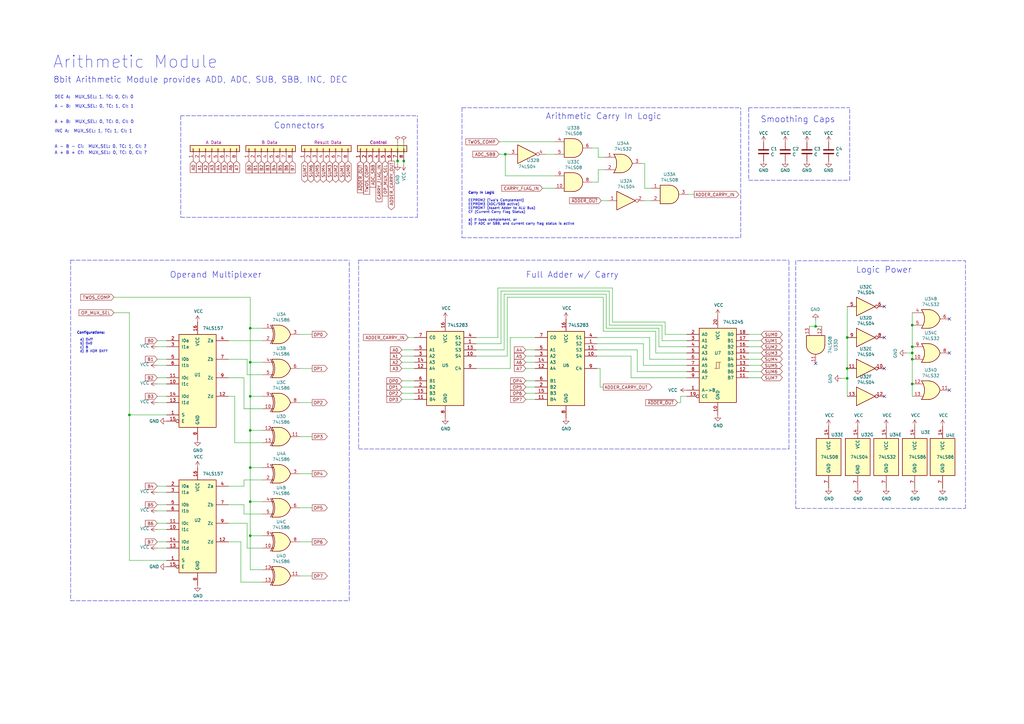
<source format=kicad_sch>
(kicad_sch (version 20211123) (generator eeschema)
  (paper "A3")
  (title_block (title "Arithmetic Module") (rev "3") (comment 1 "ADD / SUB / ADC / SBB / INC / DEC"))
  (junction (at 102.616 191.77))
  (junction (at 347.472 155.194))
  (junction (at 207.264 63.246))
  (junction (at 374.142 147.32))
  (junction (at 102.616 205.74))
  (junction (at 102.616 176.53))
  (junction (at 374.142 157.48))
  (junction (at 374.142 144.78))
  (junction (at 347.472 151.13))
  (junction (at 102.616 162.56))
  (junction (at 374.142 133.35))
  (junction (at 165.608 66.04))
  (junction (at 374.142 142.24))
  (junction (at 163.068 66.04))
  (junction (at 102.616 148.59))
  (junction (at 334.518 133.858))
  (junction (at 347.472 138.43))
  (junction (at 102.616 134.62))
  (junction (at 102.616 219.71))
  (junction (at 53.086 170.18))
  (no_connect (at 389.382 130.81))
  (no_connect (at 362.712 162.56))
  (no_connect (at 389.382 144.78))
  (no_connect (at 362.712 138.43))
  (no_connect (at 334.518 149.098))
  (no_connect (at 362.712 151.13))
  (no_connect (at 389.382 160.02))
  (no_connect (at 362.712 125.73))
  (wire (pts (xy 272.796 132.08) (xy 251.206 132.08)))
  (polyline (pts (xy 189.484 44.196) (xy 303.784 44.196)))
  (wire (pts (xy 307.086 139.7) (xy 312.166 139.7)))
  (polyline (pts (xy 123.698 47.498) (xy 74.168 47.498)))
  (wire (pts (xy 215.646 146.05) (xy 219.456 146.05)))
  (wire (pts (xy 98.806 238.76) (xy 107.696 238.76)))
  (wire (pts (xy 167.386 138.43) (xy 169.926 138.43)))
  (wire (pts (xy 307.086 154.94) (xy 312.166 154.94)))
  (wire (pts (xy 268.986 144.78) (xy 281.686 144.78)))
  (wire (pts (xy 263.906 140.97) (xy 263.906 149.86)))
  (wire (pts (xy 93.726 147.32) (xy 101.346 147.32)))
  (wire (pts (xy 100.076 207.01) (xy 100.076 210.82)))
  (polyline (pts (xy 171.196 89.154) (xy 171.196 47.498)))
  (wire (pts (xy 263.906 149.86) (xy 281.686 149.86)))
  (wire (pts (xy 128.016 194.31) (xy 122.936 194.31)))
  (wire (pts (xy 251.206 132.08) (xy 251.206 118.11)))
  (wire (pts (xy 93.726 139.7) (xy 107.696 139.7)))
  (wire (pts (xy 270.256 134.62) (xy 248.666 134.62)))
  (polyline (pts (xy 303.784 97.536) (xy 303.784 44.196)))
  (wire (pts (xy 195.326 140.97) (xy 205.486 140.97)))
  (wire (pts (xy 195.326 138.43) (xy 204.216 138.43)))
  (wire (pts (xy 164.846 148.59) (xy 169.926 148.59)))
  (wire (pts (xy 93.726 207.01) (xy 100.076 207.01)))
  (wire (pts (xy 102.616 134.62) (xy 102.616 148.59)))
  (wire (pts (xy 128.016 179.07) (xy 122.936 179.07)))
  (wire (pts (xy 64.516 165.1) (xy 68.326 165.1)))
  (wire (pts (xy 344.932 155.194) (xy 347.472 155.194)))
  (polyline (pts (xy 362.966 106.934) (xy 395.986 106.934)))
  (polyline (pts (xy 189.484 44.196) (xy 189.484 97.536)))
  (wire (pts (xy 261.366 152.4) (xy 281.686 152.4)))
  (wire (pts (xy 101.346 147.32) (xy 101.346 153.67)))
  (wire (pts (xy 122.936 222.25) (xy 128.016 222.25)))
  (wire (pts (xy 68.326 170.18) (xy 53.086 170.18)))
  (polyline (pts (xy 123.19 47.498) (xy 171.196 47.498)))
  (wire (pts (xy 272.796 137.16) (xy 281.686 137.16)))
  (wire (pts (xy 307.086 144.78) (xy 312.166 144.78)))
  (polyline (pts (xy 326.644 44.196) (xy 348.488 44.196)))
  (polyline (pts (xy 362.966 106.934) (xy 326.39 106.934)))
  (wire (pts (xy 245.364 60.706) (xy 245.364 64.516)))
  (wire (pts (xy 219.456 138.43) (xy 209.296 138.43)))
  (wire (pts (xy 53.086 128.27) (xy 46.736 128.27)))
  (wire (pts (xy 207.264 63.246) (xy 207.264 72.136)))
  (wire (pts (xy 100.076 154.94) (xy 100.076 167.64)))
  (wire (pts (xy 164.846 146.05) (xy 169.926 146.05)))
  (wire (pts (xy 215.646 163.83) (xy 219.456 163.83)))
  (wire (pts (xy 279.146 165.1) (xy 279.146 162.56)))
  (wire (pts (xy 102.616 233.68) (xy 107.696 233.68)))
  (wire (pts (xy 96.266 162.56) (xy 93.726 162.56)))
  (wire (pts (xy 247.904 69.596) (xy 245.364 69.596)))
  (polyline (pts (xy 395.986 208.534) (xy 395.986 106.934)))
  (wire (pts (xy 242.824 60.706) (xy 245.364 60.706)))
  (wire (pts (xy 247.396 121.92) (xy 208.026 121.92)))
  (wire (pts (xy 244.856 146.05) (xy 258.826 146.05)))
  (wire (pts (xy 223.774 63.246) (xy 227.584 63.246)))
  (wire (pts (xy 205.486 119.38) (xy 249.936 119.38)))
  (wire (pts (xy 64.516 199.39) (xy 68.326 199.39)))
  (wire (pts (xy 93.726 214.63) (xy 101.346 214.63)))
  (wire (pts (xy 64.516 201.93) (xy 68.326 201.93)))
  (wire (pts (xy 249.936 133.35) (xy 271.526 133.35)))
  (wire (pts (xy 122.936 151.13) (xy 128.016 151.13)))
  (wire (pts (xy 204.724 63.246) (xy 207.264 63.246)))
  (wire (pts (xy 307.086 137.16) (xy 312.166 137.16)))
  (wire (pts (xy 227.584 58.166) (xy 204.724 58.166)))
  (wire (pts (xy 208.026 121.92) (xy 208.026 146.05)))
  (wire (pts (xy 246.126 158.75) (xy 247.396 158.75)))
  (wire (pts (xy 263.144 67.056) (xy 264.414 67.056)))
  (wire (pts (xy 374.142 157.48) (xy 374.142 162.56)))
  (wire (pts (xy 270.256 142.24) (xy 281.686 142.24)))
  (wire (pts (xy 307.086 147.32) (xy 312.166 147.32)))
  (wire (pts (xy 215.646 143.51) (xy 219.456 143.51)))
  (wire (pts (xy 374.142 147.32) (xy 374.142 157.48)))
  (wire (pts (xy 347.472 138.43) (xy 347.472 125.73)))
  (wire (pts (xy 64.516 142.24) (xy 68.326 142.24)))
  (polyline (pts (xy 307.086 44.196) (xy 307.086 73.914)))
  (wire (pts (xy 93.726 222.25) (xy 98.806 222.25)))
  (wire (pts (xy 207.264 63.246) (xy 208.534 63.246)))
  (wire (pts (xy 64.516 154.94) (xy 68.326 154.94)))
  (wire (pts (xy 64.516 149.86) (xy 68.326 149.86)))
  (wire (pts (xy 258.826 146.05) (xy 258.826 154.94)))
  (wire (pts (xy 100.076 196.85) (xy 107.696 196.85)))
  (wire (pts (xy 347.472 155.194) (xy 347.472 162.56)))
  (polyline (pts (xy 147.066 106.68) (xy 323.596 106.68)))
  (wire (pts (xy 64.516 162.56) (xy 68.326 162.56)))
  (wire (pts (xy 209.296 151.13) (xy 195.326 151.13)))
  (wire (pts (xy 215.646 158.75) (xy 219.456 158.75)))
  (wire (pts (xy 102.616 148.59) (xy 107.696 148.59)))
  (wire (pts (xy 215.646 151.13) (xy 219.456 151.13)))
  (wire (pts (xy 102.616 191.77) (xy 107.696 191.77)))
  (wire (pts (xy 128.016 208.28) (xy 122.936 208.28)))
  (wire (pts (xy 93.726 154.94) (xy 100.076 154.94)))
  (wire (pts (xy 204.216 118.11) (xy 204.216 138.43)))
  (wire (pts (xy 245.364 69.596) (xy 245.364 74.676)))
  (wire (pts (xy 307.086 152.4) (xy 312.166 152.4)))
  (wire (pts (xy 266.446 147.32) (xy 281.686 147.32)))
  (wire (pts (xy 102.616 219.71) (xy 107.696 219.71)))
  (wire (pts (xy 102.616 219.71) (xy 102.616 233.68)))
  (wire (pts (xy 64.516 217.17) (xy 68.326 217.17)))
  (wire (pts (xy 251.206 118.11) (xy 204.216 118.11)))
  (wire (pts (xy 268.986 135.89) (xy 247.396 135.89)))
  (wire (pts (xy 206.756 120.65) (xy 206.756 143.51)))
  (wire (pts (xy 374.142 142.24) (xy 374.142 144.78)))
  (wire (pts (xy 64.516 207.01) (xy 68.326 207.01)))
  (polyline (pts (xy 307.086 73.914) (xy 348.488 73.914)))
  (wire (pts (xy 64.516 139.7) (xy 68.326 139.7)))
  (wire (pts (xy 107.696 162.56) (xy 102.616 162.56)))
  (polyline (pts (xy 147.066 184.15) (xy 323.596 184.15)))
  (wire (pts (xy 164.846 156.21) (xy 169.926 156.21)))
  (wire (pts (xy 128.016 236.22) (xy 122.936 236.22)))
  (wire (pts (xy 102.616 191.77) (xy 102.616 205.74)))
  (wire (pts (xy 164.846 163.83) (xy 169.926 163.83)))
  (wire (pts (xy 102.616 205.74) (xy 102.616 219.71)))
  (wire (pts (xy 98.806 222.25) (xy 98.806 238.76)))
  (wire (pts (xy 268.986 144.78) (xy 268.986 135.89)))
  (wire (pts (xy 249.936 119.38) (xy 249.936 133.35)))
  (wire (pts (xy 102.616 176.53) (xy 102.616 191.77)))
  (wire (pts (xy 337.058 133.858) (xy 334.518 133.858)))
  (wire (pts (xy 96.266 181.61) (xy 107.696 181.61)))
  (wire (pts (xy 374.142 128.27) (xy 374.142 133.35)))
  (wire (pts (xy 64.516 222.25) (xy 68.326 222.25)))
  (wire (pts (xy 244.856 138.43) (xy 266.446 138.43)))
  (wire (pts (xy 307.086 142.24) (xy 312.166 142.24)))
  (polyline (pts (xy 326.898 44.196) (xy 307.086 44.196)))
  (wire (pts (xy 100.076 167.64) (xy 107.696 167.64)))
  (wire (pts (xy 374.142 144.78) (xy 371.602 144.78)))
  (wire (pts (xy 271.526 133.35) (xy 271.526 139.7)))
  (wire (pts (xy 247.396 135.89) (xy 247.396 121.92)))
  (polyline (pts (xy 74.168 89.154) (xy 171.196 89.154)))
  (polyline (pts (xy 189.484 97.536) (xy 303.784 97.536)))
  (wire (pts (xy 334.518 133.858) (xy 331.978 133.858)))
  (wire (pts (xy 307.086 149.86) (xy 312.166 149.86)))
  (polyline (pts (xy 348.488 73.914) (xy 348.488 44.196)))
  (polyline (pts (xy 28.956 106.68) (xy 28.956 246.38)))
  (wire (pts (xy 163.068 66.04) (xy 163.068 67.31)))
  (wire (pts (xy 100.076 210.82) (xy 107.696 210.82)))
  (wire (pts (xy 245.364 74.676) (xy 242.824 74.676)))
  (wire (pts (xy 271.526 139.7) (xy 281.686 139.7)))
  (wire (pts (xy 209.296 138.43) (xy 209.296 151.13)))
  (wire (pts (xy 270.256 142.24) (xy 270.256 134.62)))
  (wire (pts (xy 64.516 157.48) (xy 68.326 157.48)))
  (polyline (pts (xy 28.956 246.38) (xy 143.256 246.38)))
  (wire (pts (xy 102.616 134.62) (xy 102.616 121.92)))
  (polyline (pts (xy 326.39 106.934) (xy 326.39 208.534)))
  (wire (pts (xy 195.326 143.51) (xy 206.756 143.51)))
  (wire (pts (xy 102.616 148.59) (xy 102.616 162.56)))
  (wire (pts (xy 246.126 151.13) (xy 246.126 158.75)))
  (wire (pts (xy 165.608 66.04) (xy 165.608 67.31)))
  (wire (pts (xy 102.616 134.62) (xy 107.696 134.62)))
  (wire (pts (xy 264.414 67.056) (xy 264.414 77.216)))
  (wire (pts (xy 164.846 158.75) (xy 169.926 158.75)))
  (polyline (pts (xy 143.256 246.38) (xy 143.256 106.68)))
  (polyline (pts (xy 323.596 184.15) (xy 323.596 106.68)))
  (wire (pts (xy 53.086 229.87) (xy 68.326 229.87)))
  (wire (pts (xy 96.266 162.56) (xy 96.266 181.61)))
  (wire (pts (xy 64.516 214.63) (xy 68.326 214.63)))
  (wire (pts (xy 248.666 134.62) (xy 248.666 120.65)))
  (wire (pts (xy 374.142 133.35) (xy 374.142 142.24)))
  (wire (pts (xy 102.616 162.56) (xy 102.616 176.53)))
  (wire (pts (xy 347.472 151.13) (xy 347.472 155.194)))
  (wire (pts (xy 215.646 161.29) (xy 219.456 161.29)))
  (wire (pts (xy 107.696 205.74) (xy 102.616 205.74)))
  (wire (pts (xy 195.326 146.05) (xy 208.026 146.05)))
  (wire (pts (xy 245.364 64.516) (xy 247.904 64.516)))
  (wire (pts (xy 264.414 82.296) (xy 266.954 82.296)))
  (wire (pts (xy 244.856 140.97) (xy 263.906 140.97)))
  (wire (pts (xy 277.876 165.1) (xy 279.146 165.1)))
  (wire (pts (xy 101.346 224.79) (xy 107.696 224.79)))
  (wire (pts (xy 347.472 138.43) (xy 347.472 151.13)))
  (wire (pts (xy 334.518 131.318) (xy 334.518 133.858)))
  (wire (pts (xy 246.634 82.296) (xy 249.174 82.296)))
  (wire (pts (xy 258.826 154.94) (xy 281.686 154.94)))
  (wire (pts (xy 205.486 140.97) (xy 205.486 119.38)))
  (wire (pts (xy 93.726 199.39) (xy 100.076 199.39)))
  (wire (pts (xy 164.846 143.51) (xy 169.926 143.51)))
  (wire (pts (xy 248.666 120.65) (xy 206.756 120.65)))
  (wire (pts (xy 64.516 224.79) (xy 68.326 224.79)))
  (wire (pts (xy 374.142 144.78) (xy 374.142 147.32)))
  (wire (pts (xy 122.936 165.1) (xy 128.016 165.1)))
  (wire (pts (xy 64.516 209.55) (xy 68.326 209.55)))
  (wire (pts (xy 215.646 156.21) (xy 219.456 156.21)))
  (wire (pts (xy 64.516 147.32) (xy 68.326 147.32)))
  (polyline (pts (xy 326.39 208.534) (xy 395.986 208.534)))
  (wire (pts (xy 163.068 58.42) (xy 163.068 66.04)))
  (wire (pts (xy 164.846 151.13) (xy 169.926 151.13)))
  (wire (pts (xy 53.086 170.18) (xy 53.086 229.87)))
  (wire (pts (xy 284.734 79.756) (xy 282.194 79.756)))
  (wire (pts (xy 164.846 161.29) (xy 169.926 161.29)))
  (wire (pts (xy 215.646 148.59) (xy 219.456 148.59)))
  (wire (pts (xy 222.504 77.216) (xy 227.584 77.216)))
  (wire (pts (xy 53.086 170.18) (xy 53.086 128.27)))
  (polyline (pts (xy 74.168 47.498) (xy 74.168 89.154)))
  (wire (pts (xy 264.414 77.216) (xy 266.954 77.216)))
  (wire (pts (xy 122.936 137.16) (xy 128.016 137.16)))
  (wire (pts (xy 244.856 143.51) (xy 261.366 143.51)))
  (wire (pts (xy 207.264 72.136) (xy 227.584 72.136)))
  (wire (pts (xy 246.126 151.13) (xy 244.856 151.13)))
  (wire (pts (xy 165.608 58.42) (xy 165.608 66.04)))
  (wire (pts (xy 46.736 121.92) (xy 102.616 121.92)))
  (wire (pts (xy 266.446 147.32) (xy 266.446 138.43)))
  (polyline (pts (xy 28.956 106.68) (xy 143.256 106.68)))
  (wire (pts (xy 272.796 137.16) (xy 272.796 132.08)))
  (wire (pts (xy 107.696 176.53) (xy 102.616 176.53)))
  (wire (pts (xy 279.146 162.56) (xy 281.686 162.56)))
  (wire (pts (xy 261.366 152.4) (xy 261.366 143.51)))
  (wire (pts (xy 101.346 153.67) (xy 107.696 153.67)))
  (wire (pts (xy 101.346 224.79) (xy 101.346 214.63)))
  (wire (pts (xy 100.076 196.85) (xy 100.076 199.39)))
  (polyline (pts (xy 147.066 106.68) (xy 147.066 184.15)))
  (text "a) 0xff\nb) 0x0\nc) B\nd) B XOR 0XFF" (at 32.766 144.78 0) (effects (font (size 0.9906 0.9906)) (justify left bottom)))
  (text "Connectors" (at 112.268 53.086 0) (effects (font (size 2.4892 2.4892)) (justify left bottom)))
  (text "8bit Arithmetic Module provides ADD, ADC, SUB, SBB, INC, DEC" (at 21.844 34.29 0) (effects (font (size 2.5 2.5)) (justify left bottom)))
  (text "A - B - Ci:  MUX_SEL: 0, TC: 1, CI: ?" (at 22.352 60.96 0) (effects (font (size 1.27 1.27)) (justify left bottom)))
  (text "Logic Power" (at 351.028 112.268 0) (effects (font (size 2.4892 2.4892)) (justify left bottom)))
  (text "A + B + Cf:  MUX_SEL: 0, TC: 0, CI: ?" (at 22.352 63.5 0) (effects (font (size 1.27 1.27)) (justify left bottom)))
  (text "Full Adder w/ Carry" (at 215.646 114.3 0) (effects (font (size 2.4892 2.4892)) (justify left bottom)))
  (text "Operand Multiplexer" (at 69.596 114.3 0) (effects (font (size 2.4892 2.4892)) (justify left bottom)))
  (text "Arithmetic Module" (at 21.59 28.448 0) (effects (font (size 5 5)) (justify left bottom)))
  (text "DEC A:  MUX_SEL: 1, TC: 0, CI: 0" (at 22.352 40.64 0) (effects (font (size 1.27 1.27)) (justify left bottom)))
  (text "EEPROM2 (Two’s Complement)\nEEPROM3 (ADC/SBB active)\nEEPROM7 (Assert Adder to ALU Bus)\nCF (Current Carry Flag Status)\n\na) If twos complement, or\nb) if ADC or SBB, and current carry flag status is active" (at 192.024 92.456 0) (effects (font (size 0.9906 0.9906)) (justify left bottom)))
  (text "Arithmetic Carry In Logic" (at 223.774 49.276 0) (effects (font (size 2.4892 2.4892)) (justify left bottom)))
  (text "Carry In Logic" (at 192.024 79.756 0) (effects (font (size 0.9906 0.9906) (thickness 0.1981) bold) (justify left bottom)))
  (text "Smoothing Caps" (at 311.912 50.546 0) (effects (font (size 2.4892 2.4892)) (justify left bottom)))
  (text "A - B:  MUX_SEL: 0, TC: 1, CI: 1" (at 22.352 44.45 0) (effects (font (size 1.27 1.27)) (justify left bottom)))
  (text "INC A:  MUX_SEL: 1, TC: 1, CI: 1" (at 22.352 54.61 0) (effects (font (size 1.27 1.27)) (justify left bottom)))
  (text "Configurations:" (at 31.496 137.16 0) (effects (font (size 0.9906 0.9906) (thickness 0.1981) bold) (justify left bottom)))
  (text "A + B:  MUX_SEL: 0, TC: 0, CI: 0" (at 22.352 50.8 0) (effects (font (size 1.27 1.27)) (justify left bottom)))
  (global_label "OP7" (shape output) (at 128.016 236.22 0) (property "Intersheet References" "${INTERSHEET_REFS}" (effects hide)))
  (global_label "SUM3" (shape tri_state) (at 312.166 144.78 0) (property "Intersheet References" "${INTERSHEET_REFS}" (effects hide)))
  (global_label "B6" (shape input) (at 64.516 214.63 180) (property "Intersheet References" "${INTERSHEET_REFS}" (effects hide)))
  (global_label "SUM5" (shape tri_state) (at 130.048 66.04 270) (property "Intersheet References" "${INTERSHEET_REFS}" (effects hide)))
  (global_label "A2" (shape input) (at 84.328 66.04 270) (property "Intersheet References" "${INTERSHEET_REFS}" (effects hide)))
  (global_label "ADC_SBB" (shape input) (at 152.908 66.04 270) (property "Intersheet References" "${INTERSHEET_REFS}" (effects hide)))
  (global_label "B2" (shape input) (at 64.516 154.94 180) (property "Intersheet References" "${INTERSHEET_REFS}" (effects hide)))
  (global_label "A5" (shape input) (at 91.948 66.04 270) (property "Intersheet References" "${INTERSHEET_REFS}" (effects hide)))
  (global_label "SUM0" (shape tri_state) (at 142.748 66.04 270) (property "Intersheet References" "${INTERSHEET_REFS}" (effects hide)))
  (global_label "OP7" (shape input) (at 215.646 163.83 180) (property "Intersheet References" "${INTERSHEET_REFS}" (effects hide)))
  (global_label "B7" (shape input) (at 64.516 222.25 180) (property "Intersheet References" "${INTERSHEET_REFS}" (effects hide)))
  (global_label "ADDER_CARRY_IN" (shape output) (at 284.734 79.756 0) (property "Intersheet References" "${INTERSHEET_REFS}" (effects hide)))
  (global_label "A3" (shape input) (at 86.868 66.04 270) (property "Intersheet References" "${INTERSHEET_REFS}" (effects hide)))
  (global_label "B7" (shape input) (at 119.888 66.04 270) (property "Intersheet References" "${INTERSHEET_REFS}" (effects hide)))
  (global_label "B1" (shape input) (at 64.516 147.32 180) (property "Intersheet References" "${INTERSHEET_REFS}" (effects hide)))
  (global_label "OP2" (shape output) (at 128.016 165.1 0) (property "Intersheet References" "${INTERSHEET_REFS}" (effects hide)))
  (global_label "A2" (shape input) (at 164.846 148.59 180) (property "Intersheet References" "${INTERSHEET_REFS}" (effects hide)))
  (global_label "A7" (shape input) (at 97.028 66.04 270) (property "Intersheet References" "${INTERSHEET_REFS}" (effects hide)))
  (global_label "TWOS_COMP" (shape input) (at 46.736 121.92 180) (property "Intersheet References" "${INTERSHEET_REFS}" (effects hide)))
  (global_label "SUM7" (shape tri_state) (at 312.166 154.94 0) (property "Intersheet References" "${INTERSHEET_REFS}" (effects hide)))
  (global_label "OP_MUX_SEL" (shape input) (at 157.988 66.04 270) (property "Intersheet References" "${INTERSHEET_REFS}" (effects hide)))
  (global_label "B0" (shape input) (at 102.108 66.04 270) (property "Intersheet References" "${INTERSHEET_REFS}" (effects hide)))
  (global_label "OP4" (shape output) (at 128.016 194.31 0) (property "Intersheet References" "${INTERSHEET_REFS}" (effects hide)))
  (global_label "B5" (shape input) (at 64.516 207.01 180) (property "Intersheet References" "${INTERSHEET_REFS}" (effects hide)))
  (global_label "OP4" (shape input) (at 215.646 156.21 180) (property "Intersheet References" "${INTERSHEET_REFS}" (effects hide)))
  (global_label "B6" (shape input) (at 117.348 66.04 270) (property "Intersheet References" "${INTERSHEET_REFS}" (effects hide)))
  (global_label "~{ADDER_OUT}" (shape input) (at 277.876 165.1 180) (property "Intersheet References" "${INTERSHEET_REFS}" (effects hide)))
  (global_label "B4" (shape input) (at 112.268 66.04 270) (property "Intersheet References" "${INTERSHEET_REFS}" (effects hide)))
  (global_label "ADC_SBB" (shape input) (at 204.724 63.246 180) (property "Intersheet References" "${INTERSHEET_REFS}" (effects hide)))
  (global_label "OP6" (shape input) (at 215.646 161.29 180) (property "Intersheet References" "${INTERSHEET_REFS}" (effects hide)))
  (global_label "A1" (shape input) (at 81.788 66.04 270) (property "Intersheet References" "${INTERSHEET_REFS}" (effects hide)))
  (global_label "OP0" (shape output) (at 128.016 137.16 0) (property "Intersheet References" "${INTERSHEET_REFS}" (effects hide)))
  (global_label "ADDER_CARRY_OUT" (shape output) (at 160.528 66.04 270) (property "Intersheet References" "${INTERSHEET_REFS}" (effects hide)))
  (global_label "OP0" (shape input) (at 164.846 156.21 180) (property "Intersheet References" "${INTERSHEET_REFS}" (effects hide)))
  (global_label "A6" (shape input) (at 94.488 66.04 270) (property "Intersheet References" "${INTERSHEET_REFS}" (effects hide)))
  (global_label "SUM6" (shape tri_state) (at 127.508 66.04 270) (property "Intersheet References" "${INTERSHEET_REFS}" (effects hide)))
  (global_label "OP5" (shape output) (at 128.016 208.28 0) (property "Intersheet References" "${INTERSHEET_REFS}" (effects hide)))
  (global_label "SUM2" (shape tri_state) (at 137.668 66.04 270) (property "Intersheet References" "${INTERSHEET_REFS}" (effects hide)))
  (global_label "SUM0" (shape tri_state) (at 312.166 137.16 0) (property "Intersheet References" "${INTERSHEET_REFS}" (effects hide)))
  (global_label "A5" (shape input) (at 215.646 146.05 180) (property "Intersheet References" "${INTERSHEET_REFS}" (effects hide)))
  (global_label "B5" (shape input) (at 114.808 66.04 270) (property "Intersheet References" "${INTERSHEET_REFS}" (effects hide)))
  (global_label "CARRY_FLAG_IN" (shape input) (at 222.504 77.216 180) (property "Intersheet References" "${INTERSHEET_REFS}" (effects hide)))
  (global_label "ADDER_CARRY_OUT" (shape output) (at 247.396 158.75 0) (property "Intersheet References" "${INTERSHEET_REFS}" (effects hide)))
  (global_label "OP_MUX_SEL" (shape input) (at 46.736 128.27 180) (property "Intersheet References" "${INTERSHEET_REFS}" (effects hide)))
  (global_label "B4" (shape input) (at 64.516 199.39 180) (property "Intersheet References" "${INTERSHEET_REFS}" (effects hide)))
  (global_label "A4" (shape input) (at 89.408 66.04 270) (property "Intersheet References" "${INTERSHEET_REFS}" (effects hide)))
  (global_label "CARRY_FLAG_IN" (shape input) (at 155.448 66.04 270) (property "Intersheet References" "${INTERSHEET_REFS}" (effects hide)))
  (global_label "B3" (shape input) (at 109.728 66.04 270) (property "Intersheet References" "${INTERSHEET_REFS}" (effects hide)))
  (global_label "OP1" (shape output) (at 128.016 151.13 0) (property "Intersheet References" "${INTERSHEET_REFS}" (effects hide)))
  (global_label "SUM7" (shape tri_state) (at 124.968 66.04 270) (property "Intersheet References" "${INTERSHEET_REFS}" (effects hide)))
  (global_label "SUM4" (shape tri_state) (at 312.166 147.32 0) (property "Intersheet References" "${INTERSHEET_REFS}" (effects hide)))
  (global_label "SUM1" (shape tri_state) (at 140.208 66.04 270) (property "Intersheet References" "${INTERSHEET_REFS}" (effects hide)))
  (global_label "A0" (shape input) (at 164.846 143.51 180) (property "Intersheet References" "${INTERSHEET_REFS}" (effects hide)))
  (global_label "SUM2" (shape tri_state) (at 312.166 142.24 0) (property "Intersheet References" "${INTERSHEET_REFS}" (effects hide)))
  (global_label "A6" (shape input) (at 215.646 148.59 180) (property "Intersheet References" "${INTERSHEET_REFS}" (effects hide)))
  (global_label "A0" (shape input) (at 79.248 66.04 270) (property "Intersheet References" "${INTERSHEET_REFS}" (effects hide)))
  (global_label "A3" (shape input) (at 164.846 151.13 180) (property "Intersheet References" "${INTERSHEET_REFS}" (effects hide)))
  (global_label "OP6" (shape output) (at 128.016 222.25 0) (property "Intersheet References" "${INTERSHEET_REFS}" (effects hide)))
  (global_label "OP1" (shape input) (at 164.846 158.75 180) (property "Intersheet References" "${INTERSHEET_REFS}" (effects hide)))
  (global_label "OP3" (shape output) (at 128.016 179.07 0) (property "Intersheet References" "${INTERSHEET_REFS}" (effects hide)))
  (global_label "OP2" (shape input) (at 164.846 161.29 180) (property "Intersheet References" "${INTERSHEET_REFS}" (effects hide)))
  (global_label "TWOS_COMP" (shape input) (at 204.724 58.166 180) (property "Intersheet References" "${INTERSHEET_REFS}" (effects hide)))
  (global_label "A7" (shape input) (at 215.646 151.13 180) (property "Intersheet References" "${INTERSHEET_REFS}" (effects hide)))
  (global_label "B2" (shape input) (at 107.188 66.04 270) (property "Intersheet References" "${INTERSHEET_REFS}" (effects hide)))
  (global_label "SUM1" (shape tri_state) (at 312.166 139.7 0) (property "Intersheet References" "${INTERSHEET_REFS}" (effects hide)))
  (global_label "SUM4" (shape tri_state) (at 132.588 66.04 270) (property "Intersheet References" "${INTERSHEET_REFS}" (effects hide)))
  (global_label "TWOS_COMP" (shape input) (at 150.368 66.04 270) (property "Intersheet References" "${INTERSHEET_REFS}" (effects hide)))
  (global_label "OP3" (shape input) (at 164.846 163.83 180) (property "Intersheet References" "${INTERSHEET_REFS}" (effects hide)))
  (global_label "B3" (shape input) (at 64.516 162.56 180) (property "Intersheet References" "${INTERSHEET_REFS}" (effects hide)))
  (global_label "A1" (shape input) (at 164.846 146.05 180) (property "Intersheet References" "${INTERSHEET_REFS}" (effects hide)))
  (global_label "SUM5" (shape tri_state) (at 312.166 149.86 0) (property "Intersheet References" "${INTERSHEET_REFS}" (effects hide)))
  (global_label "~{ADDER_OUT}" (shape input) (at 147.828 66.04 270) (property "Intersheet References" "${INTERSHEET_REFS}" (effects hide)))
  (global_label "A4" (shape input) (at 215.646 143.51 180) (property "Intersheet References" "${INTERSHEET_REFS}" (effects hide)))
  (global_label "~{ADDER_OUT}" (shape input) (at 246.634 82.296 180) (property "Intersheet References" "${INTERSHEET_REFS}" (effects hide)))
  (global_label "SUM3" (shape tri_state) (at 135.128 66.04 270) (property "Intersheet References" "${INTERSHEET_REFS}" (effects hide)))
  (global_label "ADDER_CARRY_IN" (shape input) (at 167.386 138.43 180) (property "Intersheet References" "${INTERSHEET_REFS}" (effects hide)))
  (global_label "B1" (shape input) (at 104.648 66.04 270) (property "Intersheet References" "${INTERSHEET_REFS}" (effects hide)))
  (global_label "B0" (shape input) (at 64.516 139.7 180) (property "Intersheet References" "${INTERSHEET_REFS}" (effects hide)))
  (global_label "SUM6" (shape tri_state) (at 312.166 152.4 0) (property "Intersheet References" "${INTERSHEET_REFS}" (effects hide)))
  (global_label "OP5" (shape input) (at 215.646 158.75 180) (property "Intersheet References" "${INTERSHEET_REFS}" (effects hide)))
  (symbol (lib_id "Connector_Generic:Conn_01x08") (at 86.868 60.96 90) (unit 1)
    (property "Reference" "J1" (effects hide))
    (property "Value" "Conn_01x08" (effects hide))
    (property "Footprint" "Connector_PinHeader_2.54mm:PinHeader_1x08_P2.54mm_Vertical" (effects hide))
    (property "L" "A Data" (at 84.328 58.42 90) (effects (justify right)))
  )
  (symbol (lib_id "Connector_Generic:Conn_01x08") (at 109.728 60.96 90) (unit 1)
    (property "Reference" "J2" (effects hide))
    (property "Value" "Conn_01x08" (effects hide))
    (property "Footprint" "Connector_PinHeader_2.54mm:PinHeader_1x08_P2.54mm_Vertical" (effects hide))
    (property "L" "B Data" (at 107.188 58.42 90) (effects (justify right)))
  )
  (symbol (lib_id "Connector_Generic:Conn_01x08") (at 132.588 60.96 90) (unit 1)
    (property "Reference" "J3" (effects hide))
    (property "Value" "Conn_01x08" (effects hide))
    (property "Footprint" "Connector_PinHeader_2.54mm:PinHeader_1x08_P2.54mm_Vertical" (effects hide))
    (property "L" "Result Data" (at 128.778 58.42 90) (effects (justify right)))
  )
  (symbol (lib_id "power:PWR_FLAG") (at 163.068 58.42 0) (unit 1)
    (property "Reference" "#FLG0101" (effects hide))
    (property "Value" "PWR_FLAG" (effects hide))
  )
  (symbol (lib_id "power:PWR_FLAG") (at 165.608 58.42 0) (unit 1)
    (property "Reference" "#FLG0102" (effects hide))
    (property "Value" "PWR_FLAG" (effects hide))
  )
  (symbol (lib_id "power:GND") (at 163.068 67.31 0) (unit 1)
    (property "Reference" "#PWR0128" (effects hide))
    (property "Value" "GND" (at 163.068 73.66 90))
  )
  (symbol (lib_id "power:VCC") (at 165.608 67.31 180) (unit 1)
    (property "Reference" "#PWR0129" (effects hide))
    (property "Value" "VCC" (at 165.608 72.39 90))
  )
  (symbol (lib_id "74xx:74LS08") (at 274.574 79.756 0) (unit 1)
    (property "Reference" "U33" (at 274.574 71.501 0))
    (property "Value" "74LS08" (at 274.574 73.8124 0))
    (property "Footprint" "Package_SO:TSSOP-14_4.4x5mm_P0.65mm" (effects hide))
    (property "Datasheet" "http://www.ti.com/lit/gpn/sn74LS08" (effects hide))
  )
  (symbol (lib_id "74xx:74LS08") (at 235.204 60.706 0) (unit 2)
    (property "Reference" "U33" (at 235.204 52.451 0))
    (property "Value" "74LS08" (at 235.204 54.7624 0))
    (property "Footprint" "Package_SO:TSSOP-14_4.4x5mm_P0.65mm" (effects hide))
    (property "Datasheet" "http://www.ti.com/lit/gpn/sn74LS08" (effects hide))
  )
  (symbol (lib_id "74xx:74LS08") (at 235.204 74.676 0) (unit 3)
    (property "Reference" "U33" (at 235.204 66.421 0))
    (property "Value" "74LS08" (at 235.204 68.7324 0))
    (property "Footprint" "Package_SO:TSSOP-14_4.4x5mm_P0.65mm" (effects hide))
    (property "Datasheet" "http://www.ti.com/lit/gpn/sn74LS08" (effects hide))
  )
  (symbol (lib_id "74xx:74LS08") (at 334.518 141.478 270) (unit 4)
    (property "Reference" "U33" (at 342.773 141.478 0))
    (property "Value" "74LS08" (at 340.4616 141.478 0))
    (property "Footprint" "Package_SO:TSSOP-14_4.4x5mm_P0.65mm" (effects hide))
    (property "Datasheet" "http://www.ti.com/lit/gpn/sn74LS08" (effects hide))
  )
  (symbol (lib_id "74xx:74LS08") (at 339.852 187.452 0) (unit 5)
    (property "Reference" "U33" (at 340.868 178.308 0) (effects (justify left)))
    (property "Value" "74LS08" (at 336.55 187.452 0) (effects (justify left)))
    (property "Footprint" "Package_SO:TSSOP-14_4.4x5mm_P0.65mm" (effects hide))
    (property "Datasheet" "http://www.ti.com/lit/gpn/sn74LS08" (effects hide))
  )
  (symbol (lib_id "74xx:74LS04") (at 256.794 82.296 0) (unit 1)
    (property "Reference" "U32" (at 256.794 74.2442 0))
    (property "Value" "74LS04" (at 256.794 76.5556 0))
    (property "Footprint" "Package_SO:TSSOP-14_4.4x5mm_P0.65mm" (effects hide))
    (property "Datasheet" "http://www.ti.com/lit/gpn/sn74LS04" (effects hide))
  )
  (symbol (lib_id "74xx:74LS04") (at 355.092 125.73 0) (unit 3)
    (property "Reference" "U32" (at 355.092 117.6782 0))
    (property "Value" "74LS04" (at 355.092 119.9896 0))
    (property "Footprint" "Package_SO:TSSOP-14_4.4x5mm_P0.65mm" (effects hide))
    (property "Datasheet" "http://www.ti.com/lit/gpn/sn74LS04" (effects hide))
  )
  (symbol (lib_id "74xx:74LS04") (at 355.092 138.43 0) (unit 4)
    (property "Reference" "U32" (at 355.092 130.3782 0))
    (property "Value" "74LS04" (at 355.092 132.6896 0))
    (property "Footprint" "Package_SO:TSSOP-14_4.4x5mm_P0.65mm" (effects hide))
    (property "Datasheet" "http://www.ti.com/lit/gpn/sn74LS04" (effects hide))
  )
  (symbol (lib_id "74xx:74LS04") (at 355.092 151.13 0) (unit 5)
    (property "Reference" "U32" (at 355.092 143.0782 0))
    (property "Value" "74LS04" (at 355.092 145.3896 0))
    (property "Footprint" "Package_SO:TSSOP-14_4.4x5mm_P0.65mm" (effects hide))
    (property "Datasheet" "http://www.ti.com/lit/gpn/sn74LS04" (effects hide))
  )
  (symbol (lib_id "74xx:74LS04") (at 355.092 162.56 0) (unit 6)
    (property "Reference" "U32" (at 355.092 154.5082 0))
    (property "Value" "74LS04" (at 355.092 156.8196 0))
    (property "Footprint" "Package_SO:TSSOP-14_4.4x5mm_P0.65mm" (effects hide))
    (property "Datasheet" "http://www.ti.com/lit/gpn/sn74LS04" (effects hide))
  )
  (symbol (lib_id "74xx:74LS04") (at 351.79 187.452 0) (unit 7)
    (property "Reference" "U32" (at 353.06 178.308 0) (effects (justify left)))
    (property "Value" "74LS04" (at 348.742 187.452 0) (effects (justify left)))
    (property "Footprint" "Package_SO:TSSOP-14_4.4x5mm_P0.65mm" (effects hide))
    (property "Datasheet" "http://www.ti.com/lit/gpn/sn74LS04" (effects hide))
  )
  (symbol (lib_id "74xx:74LS32") (at 381.762 144.78 0) (unit 3)
    (property "Reference" "U34" (at 381.762 136.525 0))
    (property "Value" "74LS32" (at 381.762 138.8364 0))
    (property "Footprint" "Package_SO:TSSOP-14_4.4x5mm_P0.65mm" (effects hide))
    (property "Datasheet" "http://www.ti.com/lit/gpn/sn74LS32" (effects hide))
  )
  (symbol (lib_id "74xx:74LS32") (at 381.762 130.81 0) (unit 2)
    (property "Reference" "U34" (at 381.762 122.555 0))
    (property "Value" "74LS32" (at 381.762 124.8664 0))
    (property "Footprint" "Package_SO:TSSOP-14_4.4x5mm_P0.65mm" (effects hide))
    (property "Datasheet" "http://www.ti.com/lit/gpn/sn74LS32" (effects hide))
  )
  (symbol (lib_id "74xx:74LS32") (at 381.762 160.02 0) (unit 4)
    (property "Reference" "U34" (at 381.762 151.765 0))
    (property "Value" "74LS32" (at 381.762 154.0764 0))
    (property "Footprint" "Package_SO:TSSOP-14_4.4x5mm_P0.65mm" (effects hide))
    (property "Datasheet" "http://www.ti.com/lit/gpn/sn74LS32" (effects hide))
  )
  (symbol (lib_id "74xx:74LS32") (at 363.474 187.452 0) (unit 5)
    (property "Reference" "U34" (at 364.744 178.308 0) (effects (justify left)))
    (property "Value" "74LS32" (at 360.172 187.452 0) (effects (justify left)))
    (property "Footprint" "Package_SO:TSSOP-14_4.4x5mm_P0.65mm" (effects hide))
    (property "Datasheet" "http://www.ti.com/lit/gpn/sn74LS32" (effects hide))
  )
  (symbol (lib_id "74xx:74LS04") (at 216.154 63.246 0) (unit 2)
    (property "Reference" "U32" (at 218.694 65.786 0))
    (property "Value" "74LS04" (at 216.154 68.326 0))
    (property "Footprint" "Package_SO:TSSOP-14_4.4x5mm_P0.65mm" (effects hide))
    (property "Datasheet" "http://www.ti.com/lit/gpn/sn74LS04" (effects hide))
  )
  (symbol (lib_id "74xx:74LS32") (at 255.524 67.056 0) (unit 1)
    (property "Reference" "U34" (at 255.524 58.801 0))
    (property "Value" "74LS32" (at 255.524 61.1124 0))
    (property "Footprint" "Package_SO:TSSOP-14_4.4x5mm_P0.65mm" (effects hide))
    (property "Datasheet" "http://www.ti.com/lit/gpn/sn74LS32" (effects hide))
  )
  (symbol (lib_id "power:GND") (at 68.326 172.72 270)
    (property "Reference" "#PWR09" (effects hide))
    (property "Value" "GND" (at 63.246 172.72 90))
  )
  (symbol (lib_id "power:GND") (at 68.326 232.41 270)
    (property "Reference" "#PWR010" (effects hide))
    (property "Value" "GND" (at 63.246 232.41 90))
  )
  (symbol (lib_id "power:VCC") (at 281.686 160.02 90)
    (property "Reference" "#PWR023" (effects hide))
    (property "Value" "VCC" (at 277.876 160.02 90) (effects (justify left)))
  )
  (symbol (lib_id "power:GND") (at 294.386 170.18 0)
    (property "Reference" "#PWR025" (effects hide))
    (property "Value" "GND" (at 294.513 174.5742 0))
  )
  (symbol (lib_id "power:VCC") (at 294.386 129.54 0)
    (property "Reference" "#PWR024" (effects hide))
    (property "Value" "VCC" (at 294.767 125.1458 0))
  )
  (symbol (lib_id "74xx:74LS245") (at 294.386 149.86 0)
    (property "Reference" "U7" (at 294.386 144.78 0))
    (property "Value" "74LS245" (at 300.736 132.08 0))
    (property "Footprint" "Package_SO:TSSOP-20_4.4x6.5mm_P0.65mm" (effects hide))
    (property "Datasheet" "http://www.ti.com/lit/gpn/sn74LS245" (effects hide))
  )
  (symbol (lib_id "power:VCC") (at 64.516 142.24 90)
    (property "Reference" "#PWR01" (effects hide))
    (property "Value" "VCC" (at 61.2902 141.859 90) (effects (justify left)))
  )
  (symbol (lib_id "power:VCC") (at 81.026 191.77 0)
    (property "Reference" "#PWR013" (effects hide))
    (property "Value" "VCC" (at 81.407 187.3758 0))
  )
  (symbol (lib_id "power:GND") (at 81.026 240.03 0)
    (property "Reference" "#PWR014" (effects hide))
    (property "Value" "GND" (at 81.153 244.4242 0))
  )
  (symbol (lib_id "74xx:74LS157") (at 81.026 214.63 0)
    (property "Reference" "U2" (at 81.026 213.36 0))
    (property "Value" "74LS157" (at 87.376 194.31 0))
    (property "Footprint" "Package_SO:TSSOP-16_4.4x5mm_P0.65mm" (effects hide))
    (property "Datasheet" "http://www.ti.com/lit/gpn/sn74LS157" (effects hide))
  )
  (symbol (lib_id "power:VCC") (at 81.026 132.08 0)
    (property "Reference" "#PWR011" (effects hide))
    (property "Value" "VCC" (at 81.407 127.6858 0))
  )
  (symbol (lib_id "power:GND") (at 81.026 180.34 0)
    (property "Reference" "#PWR012" (effects hide))
    (property "Value" "GND" (at 81.153 184.7342 0))
  )
  (symbol (lib_id "74xx:74LS157") (at 81.026 154.94 0)
    (property "Reference" "U1" (at 81.026 153.67 0))
    (property "Value" "74LS157" (at 87.376 134.62 0))
    (property "Footprint" "Package_SO:TSSOP-16_4.4x5mm_P0.65mm" (effects hide))
    (property "Datasheet" "http://www.ti.com/lit/gpn/sn74LS157" (effects hide))
  )
  (symbol (lib_id "74xx:74LS86") (at 115.316 137.16 0)
    (property "Reference" "U3" (at 115.316 128.905 0))
    (property "Value" "74LS86" (at 115.316 131.2164 0))
    (property "Footprint" "Package_SO:TSSOP-14_4.4x5mm_P0.65mm" (effects hide))
    (property "Datasheet" "74xx/74ls86.pdf" (effects hide))
  )
  (symbol (lib_id "74xx:74LS86") (at 115.316 151.13 0)
    (property "Reference" "U3" (at 115.316 142.875 0))
    (property "Value" "74LS86" (at 115.316 145.1864 0))
    (property "Footprint" "Package_SO:TSSOP-14_4.4x5mm_P0.65mm" (effects hide))
    (property "Datasheet" "74xx/74ls86.pdf" (effects hide))
  )
  (symbol (lib_id "74xx:74LS86") (at 115.316 165.1 0)
    (property "Reference" "U3" (at 115.316 156.845 0))
    (property "Value" "74LS86" (at 115.316 159.1564 0))
    (property "Footprint" "Package_SO:TSSOP-14_4.4x5mm_P0.65mm" (effects hide))
    (property "Datasheet" "74xx/74ls86.pdf" (effects hide))
  )
  (symbol (lib_id "74xx:74LS86") (at 115.316 179.07 0)
    (property "Reference" "U3" (at 115.316 170.815 0))
    (property "Value" "74LS86" (at 115.316 173.1264 0))
    (property "Footprint" "Package_SO:TSSOP-14_4.4x5mm_P0.65mm" (effects hide))
    (property "Datasheet" "74xx/74ls86.pdf" (effects hide))
  )
  (symbol (lib_id "74xx:74LS86") (at 115.316 194.31 0)
    (property "Reference" "U4" (at 115.316 186.055 0))
    (property "Value" "74LS86" (at 115.316 188.3664 0))
    (property "Footprint" "Package_SO:TSSOP-14_4.4x5mm_P0.65mm" (effects hide))
    (property "Datasheet" "74xx/74ls86.pdf" (effects hide))
  )
  (symbol (lib_id "74xx:74LS86") (at 115.316 208.28 0)
    (property "Reference" "U4" (at 115.316 200.025 0))
    (property "Value" "74LS86" (at 115.316 202.3364 0))
    (property "Footprint" "Package_SO:TSSOP-14_4.4x5mm_P0.65mm" (effects hide))
    (property "Datasheet" "74xx/74ls86.pdf" (effects hide))
  )
  (symbol (lib_id "74xx:74LS86") (at 115.316 222.25 0)
    (property "Reference" "U4" (at 115.316 213.995 0))
    (property "Value" "74LS86" (at 115.316 216.3064 0))
    (property "Footprint" "Package_SO:TSSOP-14_4.4x5mm_P0.65mm" (effects hide))
    (property "Datasheet" "74xx/74ls86.pdf" (effects hide))
  )
  (symbol (lib_id "74xx:74LS86") (at 115.316 236.22 0)
    (property "Reference" "U4" (at 115.316 227.965 0))
    (property "Value" "74LS86" (at 115.316 230.2764 0))
    (property "Footprint" "Package_SO:TSSOP-14_4.4x5mm_P0.65mm" (effects hide))
    (property "Datasheet" "74xx/74ls86.pdf" (effects hide))
  )
  (symbol (lib_id "power:GND") (at 386.588 200.152 0)
    (property "Reference" "#PWR018" (effects hide))
    (property "Value" "GND" (at 386.715 204.5462 0))
  )
  (symbol (lib_id "power:GND") (at 375.158 200.152 0)
    (property "Reference" "#PWR016" (effects hide))
    (property "Value" "GND" (at 375.285 204.5462 0))
  )
  (symbol (lib_id "power:VCC") (at 375.158 174.752 0)
    (property "Reference" "#PWR015" (effects hide))
    (property "Value" "VCC" (at 375.539 170.3578 0))
  )
  (symbol (lib_id "power:VCC") (at 386.588 174.752 0)
    (property "Reference" "#PWR017" (effects hide))
    (property "Value" "VCC" (at 386.969 170.3578 0))
  )
  (symbol (lib_id "74xx:74LS86") (at 386.588 187.452 0)
    (property "Reference" "U4" (at 387.858 178.562 0) (effects (justify left)))
    (property "Value" "74LS86" (at 384.048 187.452 0) (effects (justify left)))
    (property "Footprint" "Package_SO:TSSOP-14_4.4x5mm_P0.65mm" (effects hide))
    (property "Datasheet" "74xx/74ls86.pdf" (effects hide))
  )
  (symbol (lib_id "74xx:74LS86") (at 375.158 187.452 0)
    (property "Reference" "U3" (at 377.698 177.292 0) (effects (justify left)))
    (property "Value" "74LS86" (at 372.618 187.452 0) (effects (justify left)))
    (property "Footprint" "Package_SO:TSSOP-14_4.4x5mm_P0.65mm" (effects hide))
    (property "Datasheet" "74xx/74ls86.pdf" (effects hide))
  )
  (symbol (lib_id "power:GND") (at 232.156 171.45 0)
    (property "Reference" "#PWR022" (effects hide))
    (property "Value" "GND" (at 232.283 175.8442 0))
  )
  (symbol (lib_id "power:VCC") (at 232.156 130.81 0)
    (property "Reference" "#PWR021" (effects hide))
    (property "Value" "VCC" (at 232.537 126.4158 0))
  )
  (symbol (lib_id "74xx:74LS283") (at 232.156 151.13 0)
    (property "Reference" "U6" (at 232.156 149.86 0))
    (property "Value" "74LS283" (at 237.236 133.35 0))
    (property "Footprint" "Package_SO:SOIC-16W_5.3x10.2mm_P1.27mm" (effects hide))
    (property "Datasheet" "http://www.ti.com/lit/gpn/sn74LS283" (effects hide))
  )
  (symbol (lib_id "power:GND") (at 182.626 171.45 0)
    (property "Reference" "#PWR020" (effects hide))
    (property "Value" "GND" (at 182.753 175.8442 0))
  )
  (symbol (lib_id "power:VCC") (at 182.626 130.81 0)
    (property "Reference" "#PWR019" (effects hide))
    (property "Value" "VCC" (at 183.007 126.4158 0))
  )
  (symbol (lib_id "74xx:74LS283") (at 182.626 151.13 0)
    (property "Reference" "U5" (at 182.626 149.86 0))
    (property "Value" "74LS283" (at 187.706 133.35 0))
    (property "Footprint" "Package_SO:SOIC-16W_5.3x10.2mm_P1.27mm" (effects hide))
    (property "Datasheet" "http://www.ti.com/lit/gpn/sn74LS283" (effects hide))
  )
  (symbol (lib_id "power:VCC") (at 64.516 149.86 90)
    (property "Reference" "#PWR02" (effects hide))
    (property "Value" "VCC" (at 61.2902 149.479 90) (effects (justify left)))
  )
  (symbol (lib_id "power:VCC") (at 64.516 157.48 90)
    (property "Reference" "#PWR03" (effects hide))
    (property "Value" "VCC" (at 61.2902 157.099 90) (effects (justify left)))
  )
  (symbol (lib_id "power:VCC") (at 64.516 165.1 90)
    (property "Reference" "#PWR04" (effects hide))
    (property "Value" "VCC" (at 61.2902 164.719 90) (effects (justify left)))
  )
  (symbol (lib_id "power:VCC") (at 64.516 201.93 90)
    (property "Reference" "#PWR05" (effects hide))
    (property "Value" "VCC" (at 61.2902 201.549 90) (effects (justify left)))
  )
  (symbol (lib_id "power:VCC") (at 64.516 209.55 90)
    (property "Reference" "#PWR06" (effects hide))
    (property "Value" "VCC" (at 61.2902 209.169 90) (effects (justify left)))
  )
  (symbol (lib_id "power:VCC") (at 64.516 217.17 90)
    (property "Reference" "#PWR07" (effects hide))
    (property "Value" "VCC" (at 61.2902 216.789 90) (effects (justify left)))
  )
  (symbol (lib_id "power:VCC") (at 64.516 224.79 90)
    (property "Reference" "#PWR08" (effects hide))
    (property "Value" "VCC" (at 61.2902 224.409 90) (effects (justify left)))
  )
  (symbol (lib_id "power:VCC") (at 339.852 174.752 0)
    (property "Reference" "#PWR027" (effects hide))
    (property "Value" "VCC" (at 340.233 170.3578 0))
  )
  (symbol (lib_id "power:VCC") (at 351.79 174.752 0)
    (property "Reference" "#PWR030" (effects hide))
    (property "Value" "VCC" (at 352.171 170.3578 0))
  )
  (symbol (lib_id "power:VCC") (at 363.474 174.752 0)
    (property "Reference" "#PWR033" (effects hide))
    (property "Value" "VCC" (at 363.855 170.3578 0))
  )
  (symbol (lib_id "power:GND") (at 339.852 200.152 0)
    (property "Reference" "#PWR028" (effects hide))
    (property "Value" "GND" (at 339.979 204.5462 0))
  )
  (symbol (lib_id "power:GND") (at 351.79 200.152 0)
    (property "Reference" "#PWR031" (effects hide))
    (property "Value" "GND" (at 351.917 204.5462 0))
  )
  (symbol (lib_id "power:GND") (at 334.518 131.318 180)
    (property "Reference" "#PWR026" (effects hide))
    (property "Value" "GND" (at 334.391 126.9238 0))
  )
  (symbol (lib_id "power:GND") (at 344.932 155.194 270)
    (property "Reference" "#PWR029" (effects hide))
    (property "Value" "GND" (at 340.5378 155.321 0))
  )
  (symbol (lib_id "power:GND") (at 371.602 144.78 270)
    (property "Reference" "#PWR032" (effects hide))
    (property "Value" "GND" (at 367.2078 144.907 0))
  )
  (symbol (lib_id "power:GND") (at 363.474 200.152 0)
    (property "Reference" "#PWR0101" (effects hide))
    (property "Value" "GND" (at 363.601 204.5462 0))
  )
  (symbol (lib_id "Connector_Generic:Conn_01x08") (at 155.448 60.96 90) (unit 1)
    (property "Reference" "J4" (effects hide))
    (property "Value" "Conn_01x08" (effects hide))
    (property "Footprint" "Connector_PinHeader_2.54mm:PinHeader_1x08_P2.54mm_Vertical" (effects hide))
    (property "L" "Control" (at 151.638 58.42 90) (effects (justify right)))
  )
  (symbol (lib_id "Device:C") (at 313.182 62.23 0) (unit 1)
    (property "Reference" "C1" (at 316.103 61.0616 0) (effects (justify left)))
    (property "Value" "C" (at 316.103 63.373 0) (effects (justify left)))
    (property "Footprint" "Capacitor_SMD:C_0805_2012Metric" (effects hide))
  )
  (symbol (lib_id "power:VCC") (at 313.182 58.42 0) (unit 1)
    (property "Reference" "#PWR034" (effects hide))
    (property "Value" "VCC" (at 313.182 54.61 0))
  )
  (symbol (lib_id "power:GND") (at 313.182 66.04 0) (unit 1)
    (property "Reference" "#PWR035" (effects hide))
    (property "Value" "GND" (at 313.182 69.85 0))
  )
  (symbol (lib_id "Device:C") (at 322.072 62.23 0) (unit 1)
    (property "Reference" "C2" (at 324.993 61.0616 0) (effects (justify left)))
    (property "Value" "C" (at 324.993 63.373 0) (effects (justify left)))
    (property "Footprint" "Capacitor_SMD:C_0805_2012Metric" (effects hide))
  )
  (symbol (lib_id "power:VCC") (at 322.072 58.42 0) (unit 1)
    (property "Reference" "#PWR036" (effects hide))
    (property "Value" "VCC" (at 322.072 54.61 0))
  )
  (symbol (lib_id "power:GND") (at 322.072 66.04 0) (unit 1)
    (property "Reference" "#PWR037" (effects hide))
    (property "Value" "GND" (at 322.072 69.85 0))
  )
  (symbol (lib_id "Device:C") (at 330.962 62.23 0) (unit 1)
    (property "Reference" "C3" (at 333.883 61.0616 0) (effects (justify left)))
    (property "Value" "C" (at 333.883 63.373 0) (effects (justify left)))
    (property "Footprint" "Capacitor_SMD:C_0805_2012Metric" (effects hide))
  )
  (symbol (lib_id "power:VCC") (at 330.962 58.42 0) (unit 1)
    (property "Reference" "#PWR038" (effects hide))
    (property "Value" "VCC" (at 330.962 54.61 0))
  )
  (symbol (lib_id "power:GND") (at 330.962 66.04 0) (unit 1)
    (property "Reference" "#PWR039" (effects hide))
    (property "Value" "GND" (at 330.962 69.85 0))
  )
  (symbol (lib_id "Device:C") (at 339.852 62.23 0) (unit 1)
    (property "Reference" "C4" (at 342.773 61.0616 0) (effects (justify left)))
    (property "Value" "C" (at 342.773 63.373 0) (effects (justify left)))
    (property "Footprint" "Capacitor_SMD:C_0805_2012Metric" (effects hide))
  )
  (symbol (lib_id "power:VCC") (at 339.852 58.42 0) (unit 1)
    (property "Reference" "#PWR040" (effects hide))
    (property "Value" "VCC" (at 339.852 54.61 0))
  )
  (symbol (lib_id "power:GND") (at 339.852 66.04 0) (unit 1)
    (property "Reference" "#PWR041" (effects hide))
    (property "Value" "GND" (at 339.852 69.85 0))
  )
)
</source>
